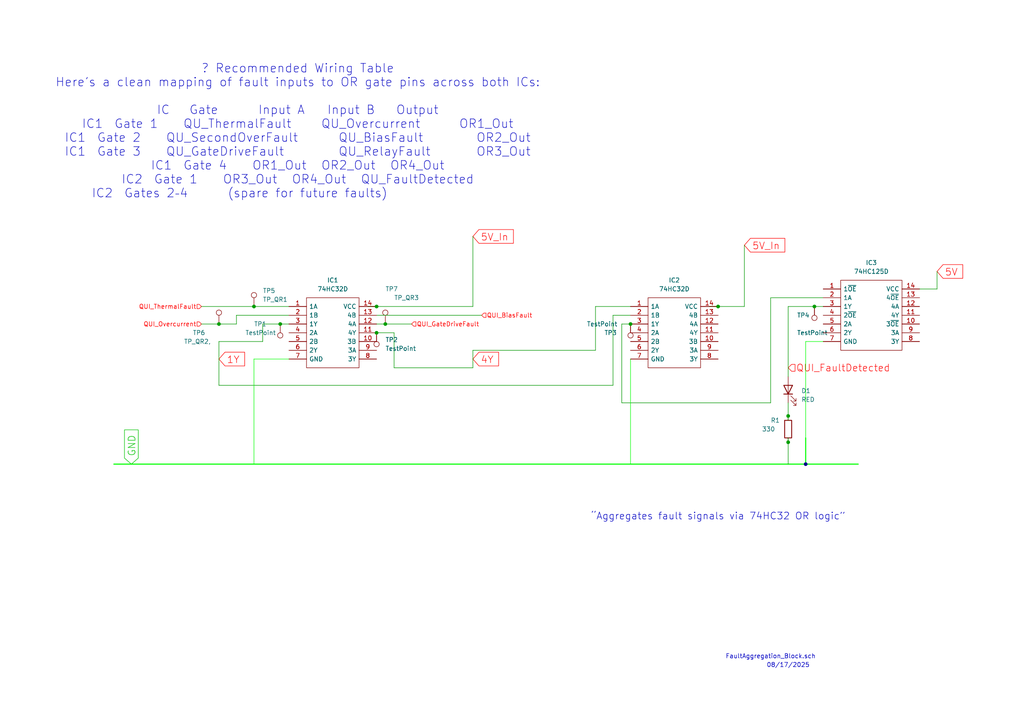
<source format=kicad_sch>
(kicad_sch (version 20250114) (generator "eeschema") (generator_version "9.0")
  (paper "A4")
  (lib_symbols
    (symbol "Connector:TestPoint" (pin_numbers (hide yes)) (pin_names (offset 0.762) (hide yes))
      (property "Reference" "TP" (at 0 6.858 0))
      (property "Value" "TestPoint" (at 0 5.08 0))
      (symbol "TestPoint_0_1"
        (circle (center 0 3.302) (radius 0.762))
      )
      (symbol "TestPoint_1_1"
        (pin passive line (at 0 0 90) (length 2.54) (name "1") (number "1"))
      )
    )
    (symbol "FAULT_LED_DRIVER:74HC32D" (pin_names (offset 0.762))
      (property "Reference" "IC" (at 21.59 7.62 0))
      (property "Value" "74HC32D" (at 21.59 5.08 0))
      (symbol "74HC32D_0_0"
        (pin passive line (at 0 0 0) (length 5.08) (name "1A") (number "1"))
        (pin passive line (at 0 -2.54 0) (length 5.08) (name "1B") (number "2"))
        (pin passive line (at 0 -5.08 0) (length 5.08) (name "1Y") (number "3"))
        (pin passive line (at 0 -7.62 0) (length 5.08) (name "2A") (number "4"))
        (pin passive line (at 0 -10.16 0) (length 5.08) (name "2B") (number "5"))
        (pin passive line (at 0 -12.7 0) (length 5.08) (name "2Y") (number "6"))
        (pin passive line (at 0 -15.24 0) (length 5.08) (name "GND") (number "7"))
        (pin passive line (at 25.4 0 180) (length 5.08) (name "VCC") (number "14"))
        (pin passive line (at 25.4 -2.54 180) (length 5.08) (name "4B") (number "13"))
        (pin passive line (at 25.4 -5.08 180) (length 5.08) (name "4A") (number "12"))
        (pin passive line (at 25.4 -7.62 180) (length 5.08) (name "4Y") (number "11"))
        (pin passive line (at 25.4 -10.16 180) (length 5.08) (name "3B") (number "10"))
        (pin passive line (at 25.4 -12.7 180) (length 5.08) (name "3A") (number "9"))
        (pin passive line (at 25.4 -15.24 180) (length 5.08) (name "3Y") (number "8"))
      )
      (symbol "74HC32D_0_1"
        (polyline (pts (xy 5.08 2.54) (xy 20.32 2.54) (xy 20.32 -17.78) (xy 5.08 -17.78) (xy 5.08 2.54)) (stroke (width 0.1524)))
      )
    )
    (symbol "FAULT_LED_DRIVER:LED" (pin_numbers (hide yes)) (pin_names (offset 1.016) (hide yes))
      (property "Reference" "D" (at 0 2.54 0))
      (property "Value" "LED" (at 0 -2.54 0))
      (symbol "LED_0_1"
        (polyline (pts (xy -3.048 -0.762) (xy -4.572 -2.286) (xy -3.81 -2.286) (xy -4.572 -2.286) (xy -4.572 -1.524)))
        (polyline (pts (xy -1.778 -0.762) (xy -3.302 -2.286) (xy -2.54 -2.286) (xy -3.302 -2.286) (xy -3.302 -1.524)))
        (polyline (pts (xy -1.27 0) (xy 1.27 0)))
        (polyline (pts (xy -1.27 -1.27) (xy -1.27 1.27)) (stroke (width 0.254)))
        (polyline (pts (xy 1.27 -1.27) (xy 1.27 1.27) (xy -1.27 0) (xy 1.27 -1.27)) (stroke (width 0.254)))
      )
      (symbol "LED_1_1"
        (pin passive line (at -3.81 0 0) (length 2.54) (name "K") (number "1"))
        (pin passive line (at 3.81 0 180) (length 2.54) (name "A") (number "2"))
      )
    )
    (symbol "FAULT_LED_DRIVER:R" (pin_numbers (hide yes)) (pin_names (offset 0))
      (property "Reference" "R" (at 2.032 0 90))
      (property "Value" "R" (at 0 0 90))
      (symbol "R_0_1"
        (rectangle (start -1.016 -2.54) (end 1.016 2.54) (stroke (width 0.254)))
      )
      (symbol "R_1_1"
        (pin passive line (at 0 3.81 270) (length 1.27) (name "~") (number "1"))
        (pin passive line (at 0 -3.81 90) (length 1.27) (name "~") (number "2"))
      )
    )
    (symbol "New_Library:74HC125D" (pin_names (offset 0.762))
      (property "Reference" "IC" (at 24.13 7.62 0))
      (property "Value" "74HC125D" (at 24.13 5.08 0))
      (symbol "74HC125D_0_0"
        (pin passive line (at 0 0 0) (length 5.08) (name "1~{OE}") (number "1"))
        (pin passive line (at 0 -2.54 0) (length 5.08) (name "1A") (number "2"))
        (pin passive line (at 0 -5.08 0) (length 5.08) (name "1Y") (number "3"))
        (pin passive line (at 0 -7.62 0) (length 5.08) (name "2~{OE}") (number "4"))
        (pin passive line (at 0 -10.16 0) (length 5.08) (name "2A") (number "5"))
        (pin passive line (at 0 -12.7 0) (length 5.08) (name "2Y") (number "6"))
        (pin passive line (at 0 -15.24 0) (length 5.08) (name "GND") (number "7"))
        (pin passive line (at 27.94 0 180) (length 5.08) (name "VCC") (number "14"))
        (pin passive line (at 27.94 -2.54 180) (length 5.08) (name "4~{OE}") (number "13"))
        (pin passive line (at 27.94 -5.08 180) (length 5.08) (name "4A") (number "12"))
        (pin passive line (at 27.94 -7.62 180) (length 5.08) (name "4Y") (number "11"))
        (pin passive line (at 27.94 -10.16 180) (length 5.08) (name "3~{OE}") (number "10"))
        (pin passive line (at 27.94 -12.7 180) (length 5.08) (name "3A") (number "9"))
        (pin passive line (at 27.94 -15.24 180) (length 5.08) (name "3Y") (number "8"))
      )
      (symbol "74HC125D_0_1"
        (polyline (pts (xy 5.08 2.54) (xy 22.86 2.54) (xy 22.86 -17.78) (xy 5.08 -17.78) (xy 5.08 2.54)) (stroke (width 0.1524)))
      )
    )
  )
  (text "“Aggregates fault signals via 74HC32 OR logic”" (at 208.28 149.86 0) (effects (font (size 2 2))))
  (text "08/17/2025\n" (at 228.6 193.04 0) (effects (font (size 1.27 1.27))))
  (text "FaultAggregation_Block.sch" (at 223.52 190.5 0) (effects (font (size 1.27 1.27))))
  (text "🧱 Recommended Wiring Table\nHere’s a clean mapping of fault inputs to OR gate pins across both ICs:\n\nIC	Gate	Input A	Input B	Output\nIC1	Gate 1	QU_ThermalFault	QU_Overcurrent	OR1_Out\nIC1	Gate 2	QU_SecondOverFault	QU_BiasFault	OR2_Out\nIC1	Gate 3	QU_GateDriveFault	QU_RelayFault	OR3_Out\nIC1	Gate 4	OR1_Out	OR2_Out	OR4_Out\nIC2	Gate 1	OR3_Out	OR4_Out	QU_FaultDetected\nIC2	Gates 2–4	(spare for future faults)		" (at 86.36 38.1 0) (effects (font (size 2.5 2.5))))
  (junction (at 111.76 93.98))
  (junction (at 182.88 93.98))
  (junction (at 233.68 134.62))
  (junction (at 228.6 120.65))
  (junction (at 63.5 93.98))
  (junction (at 236.22 88.9))
  (junction (at 208.28 88.9))
  (junction (at 228.6 128.27))
  (junction (at 109.22 88.9))
  (junction (at 81.28 93.98))
  (junction (at 109.22 96.52))
  (junction (at 73.66 88.9))
  (wire (pts (xy 208.28 88.9) (xy 215.9 88.9)))
  (wire (pts (xy 83.82 104.14) (xy 73.66 104.14)) (stroke (width 0) (color 0 255 0 1)))
  (wire (pts (xy 68.58 91.44) (xy 68.58 93.98)))
  (wire (pts (xy 182.88 93.98) (xy 180.34 93.98)))
  (wire (pts (xy 58.42 88.9) (xy 73.66 88.9)))
  (wire (pts (xy 228.6 128.27) (xy 228.6 134.62)))
  (wire (pts (xy 180.34 93.98) (xy 180.34 116.84)))
  (wire (pts (xy 233.68 99.06) (xy 238.76 99.06)) (stroke (width 0) (color 0 255 0 1)))
  (bus (pts (xy 233.68 134.62) (xy 248.92 134.62)) (stroke (width 0) (color 0 255 0 1)))
  (wire (pts (xy 63.5 99.06) (xy 63.5 111.76)))
  (wire (pts (xy 73.66 88.9) (xy 83.82 88.9)))
  (wire (pts (xy 109.22 91.44) (xy 139.7 91.44)))
  (wire (pts (xy 109.22 93.98) (xy 111.76 93.98)))
  (wire (pts (xy 114.3 106.68) (xy 137.16 106.68)))
  (wire (pts (xy 228.6 88.9) (xy 228.6 109.22)))
  (wire (pts (xy 223.52 116.84) (xy 223.52 86.36)))
  (wire (pts (xy 238.76 88.9) (xy 236.22 88.9)))
  (wire (pts (xy 228.6 116.84) (xy 228.6 120.65)))
  (wire (pts (xy 111.76 93.98) (xy 119.38 93.98)))
  (wire (pts (xy 137.16 101.6) (xy 172.72 101.6)))
  (wire (pts (xy 228.6 127) (xy 228.6 128.27)))
  (wire (pts (xy 233.68 127) (xy 233.68 99.06)) (stroke (width 0) (color 0 255 0 1)))
  (wire (pts (xy 109.22 96.52) (xy 114.3 96.52)))
  (wire (pts (xy 137.16 88.9) (xy 137.16 68.58)))
  (wire (pts (xy 223.52 86.36) (xy 238.76 86.36)))
  (wire (pts (xy 83.82 93.98) (xy 81.28 93.98)))
  (wire (pts (xy 63.5 111.76) (xy 177.8 111.76)))
  (wire (pts (xy 109.22 88.9) (xy 137.16 88.9)))
  (wire (pts (xy 177.8 91.44) (xy 182.88 91.44)))
  (wire (pts (xy 205.74 88.9) (xy 208.28 88.9)))
  (wire (pts (xy 137.16 106.68) (xy 137.16 101.6)))
  (wire (pts (xy 172.72 101.6) (xy 172.72 88.9)))
  (bus (pts (xy 233.68 127) (xy 233.68 134.62)) (stroke (width 0) (color 0 255 0 1)))
  (wire (pts (xy 266.7 83.82) (xy 271.78 83.82)))
  (wire (pts (xy 76.2 93.98) (xy 76.2 99.06)))
  (wire (pts (xy 236.22 88.9) (xy 228.6 88.9)))
  (bus (pts (xy 33.02 134.62) (xy 233.68 134.62)) (stroke (width 0) (color 0 255 0 1)))
  (wire (pts (xy 81.28 93.98) (xy 76.2 93.98)))
  (wire (pts (xy 83.82 91.44) (xy 68.58 91.44)))
  (wire (pts (xy 63.5 99.06) (xy 76.2 99.06)))
  (wire (pts (xy 271.78 78.74) (xy 271.78 83.82)))
  (wire (pts (xy 172.72 88.9) (xy 182.88 88.9)))
  (wire (pts (xy 106.68 88.9) (xy 109.22 88.9)))
  (wire (pts (xy 177.8 111.76) (xy 177.8 91.44)))
  (wire (pts (xy 58.42 93.98) (xy 63.5 93.98)))
  (wire (pts (xy 73.66 104.14) (xy 73.66 134.62)) (stroke (width 0) (color 0 255 0 1)))
  (wire (pts (xy 228.6 120.65) (xy 228.6 121.92)))
  (wire (pts (xy 215.9 71.12) (xy 215.9 88.9)))
  (wire (pts (xy 63.5 93.98) (xy 68.58 93.98)))
  (wire (pts (xy 182.88 104.14) (xy 182.88 134.62)) (stroke (width 0) (color 0 255 0 1)))
  (wire (pts (xy 180.34 116.84) (xy 223.52 116.84)))
  (wire (pts (xy 114.3 96.52) (xy 114.3 106.68)))
  (global_label "5V" (shape input) (at 271.78 78.74 0) (effects (font (size 2 2))) (property "Intersheetrefs" "${INTERSHEET_REFS}" (effects (hide yes))))
  (global_label "4Y" (shape input) (at 137.16 104.14 0) (effects (font (size 2 2))) (property "Intersheetrefs" "${INTERSHEET_REFS}" (effects (hide yes))))
  (global_label "5V_In" (shape input) (at 215.9 71.12 0) (effects (font (size 2 2))) (property "Intersheetrefs" "${INTERSHEET_REFS}" (effects (hide yes))))
  (global_label "1Y" (shape input) (at 63.5 104.14 0) (effects (font (size 2 2))) (property "Intersheetrefs" "${INTERSHEET_REFS}" (effects (hide yes))))
  (global_label "GND" (shape input) (at 38.1 134.62 90) (effects (font (size 2 2))) (property "Intersheetrefs" "${INTERSHEET_REFS}" (effects (hide yes))))
  (global_label "5V_In" (shape input) (at 137.16 68.58 0) (effects (font (size 2 2))) (property "Intersheetrefs" "${INTERSHEET_REFS}" (effects (hide yes))))
  (hierarchical_label "QUI_ThermalFault" (shape input) (at 58.42 88.9 180))
  (hierarchical_label "QUI_Overcurrent" (shape input) (at 58.42 93.98 180))
  (hierarchical_label "QUI_BiasFault" (shape input) (at 139.7 91.44 0))
  (hierarchical_label "QUI_GateDriveFault" (shape input) (at 119.38 93.98 0))
  (hierarchical_label "QUI_FaultDetected" (shape input) (at 228.6 106.68 0) (effects (font (size 2 2))))
  (symbol (lib_id "Connector:TestPoint") (at 63.5 93.98 0) (unit 1)
    (property "Reference" "TP6" (at 55.88 96.52 0) (effects (justify left)))
    (property "Value" "TP_QR2," (at 53.34 99.06 0) (effects (justify left)))
    (property "Description" "test point" (effects (hide yes)))
  )
  (symbol (lib_id "Connector:TestPoint") (at 73.66 88.9 0) (unit 1)
    (property "Reference" "TP5" (at 76.2 84.3279 0) (effects (justify left)))
    (property "Value" "TP_QR1" (at 76.2 86.8679 0) (effects (justify left)))
    (property "Description" "test point" (effects (hide yes)))
  )
  (symbol (lib_id "Connector:TestPoint") (at 236.22 88.9 180) (unit 1)
    (property "Reference" "TP4" (at 231.14 91.44 0) (effects (justify right)))
    (property "Value" "TestPoint" (at 231.14 96.52 0) (effects (justify right)))
    (property "Description" "test point" (effects (hide yes)))
  )
  (symbol (lib_id "Connector:TestPoint") (at 111.76 93.98 0) (unit 1)
    (property "Reference" "TP7" (at 111.76 83.82 0) (effects (justify left)))
    (property "Value" "TP_QR3" (at 114.3 86.36 0) (effects (justify left)))
    (property "Description" "test point" (effects (hide yes)))
  )
  (symbol (lib_id "FAULT_LED_DRIVER:74HC32D") (at 182.88 88.9 0) (unit 1)
    (property "Reference" "IC2" (at 195.58 81.28 0))
    (property "Value" "74HC32D" (at 195.58 83.82 0))
    (property "Footprint" "SOIC127P600X175-14N" (effects (hide yes)))
    (property "Datasheet" "https://assets.nexperia.com/documents/data-sheet/74HC_HCT32.pdf" (effects (hide yes)))
    (property "Description" "NEXPERIA - 74HC32D - OR Gate, 74HC32, 2 Input, 5.2 mA, 2 V to 6 V, SOIC-14" (effects (hide yes)))
    (property "Description_1" "NEXPERIA - 74HC32D - OR Gate, 74HC32, 2 Input, 5.2 mA, 2 V to 6 V, SOIC-14" (effects (hide yes)))
    (property "Height" "1.75" (effects (hide yes)))
    (property "Manufacturer_Name" "Nexperia" (effects (hide yes)))
    (property "Manufacturer_Part_Number" "74HC32D" (effects (hide yes)))
    (property "Mouser Part Number" "771-74HC32D" (effects (hide yes)))
    (property "Mouser Price/Stock" "https://www.mouser.co.uk/ProductDetail/Nexperia/74HC32D?qs=KBAwV6Cvgt0KVBbwZjwK1Q%3D%3D" (effects (hide yes)))
  )
  (symbol (lib_id "Connector:TestPoint") (at 109.22 96.52 180) (unit 1)
    (property "Reference" "TP2" (at 111.76 98.5519 0) (effects (justify right)))
    (property "Value" "TestPoint" (at 111.76 101.0919 0) (effects (justify right)))
    (property "Description" "test point" (effects (hide yes)))
  )
  (symbol (lib_id "FAULT_LED_DRIVER:R") (at 228.6 124.46 180) (unit 1)
    (property "Reference" "R1" (at 223.52 121.92 0) (effects (justify right)))
    (property "Value" "330" (at 220.98 124.46 0) (effects (justify right)))
    (property "Description" "Resistor" (effects (hide yes)))
  )
  (symbol (lib_id "FAULT_LED_DRIVER:74HC32D") (at 83.82 88.9 0) (unit 1)
    (property "Reference" "IC1" (at 96.52 81.28 0))
    (property "Value" "74HC32D" (at 96.52 83.82 0))
    (property "Footprint" "SOIC127P600X175-14N" (effects (hide yes)))
    (property "Datasheet" "https://assets.nexperia.com/documents/data-sheet/74HC_HCT32.pdf" (effects (hide yes)))
    (property "Description" "NEXPERIA - 74HC32D - OR Gate, 74HC32, 2 Input, 5.2 mA, 2 V to 6 V, SOIC-14" (effects (hide yes)))
    (property "Description_1" "NEXPERIA - 74HC32D - OR Gate, 74HC32, 2 Input, 5.2 mA, 2 V to 6 V, SOIC-14" (effects (hide yes)))
    (property "Height" "1.75" (effects (hide yes)))
    (property "Manufacturer_Name" "Nexperia" (effects (hide yes)))
    (property "Manufacturer_Part_Number" "74HC32D" (effects (hide yes)))
    (property "Mouser Part Number" "771-74HC32D" (effects (hide yes)))
    (property "Mouser Price/Stock" "https://www.mouser.co.uk/ProductDetail/Nexperia/74HC32D?qs=KBAwV6Cvgt0KVBbwZjwK1Q%3D%3D" (effects (hide yes)))
  )
  (symbol (lib_id "Connector:TestPoint") (at 182.88 93.98 180) (unit 1)
    (property "Reference" "TP3" (at 175.26 96.52 0) (effects (justify right)))
    (property "Value" "TestPoint" (at 170.18 93.98 0) (effects (justify right)))
    (property "Description" "test point" (effects (hide yes)))
  )
  (symbol (lib_id "FAULT_LED_DRIVER:LED") (at 228.6 113.03 90) (unit 1)
    (property "Reference" "D1" (at 232.41 113.3474 90) (effects (justify right)))
    (property "Value" "RED" (at 232.41 115.8874 90) (effects (justify right)))
    (property "Description" "Light emitting diode" (effects (hide yes)))
    (property "Sim.Pins" "1=K 2=A" (effects (hide yes)))
  )
  (symbol (lib_id "New_Library:74HC125D") (at 238.76 83.82 0) (unit 1)
    (property "Reference" "IC3" (at 252.73 76.2 0))
    (property "Value" "74HC125D" (at 252.73 78.74 0))
    (property "Footprint" "SOIC127P600X175-14N" (effects (hide yes)))
    (property "Datasheet" "https://assets.nexperia.com/documents/data-sheet/74HC_HCT125.pdf" (effects (hide yes)))
    (property "Description" "NEXPERIA - 74HC125D - Buffer / Line Driver, 74HC125, 2 V to 6 V, SOIC-14" (effects (hide yes)))
    (property "Description_1" "NEXPERIA - 74HC125D - Buffer / Line Driver, 74HC125, 2 V to 6 V, SOIC-14" (effects (hide yes)))
    (property "Height" "1.75" (effects (hide yes)))
    (property "Manufacturer_Name" "Nexperia" (effects (hide yes)))
    (property "Manufacturer_Part_Number" "74HC125D" (effects (hide yes)))
    (property "Mouser Part Number" "771-74HC125D" (effects (hide yes)))
    (property "Mouser Price/Stock" "https://www.mouser.co.uk/ProductDetail/Nexperia/74HC125D?qs=JTOGeJziEKHNlWhdfOL8XQ%3D%3D" (effects (hide yes)))
  )
  (symbol (lib_id "Connector:TestPoint") (at 81.28 93.98 180) (unit 1)
    (property "Reference" "TP1" (at 73.66 93.98 0) (effects (justify right)))
    (property "Value" "TestPoint" (at 71.12 96.52 0) (effects (justify right)))
    (property "Description" "test point" (effects (hide yes)))
  )
)
</source>
